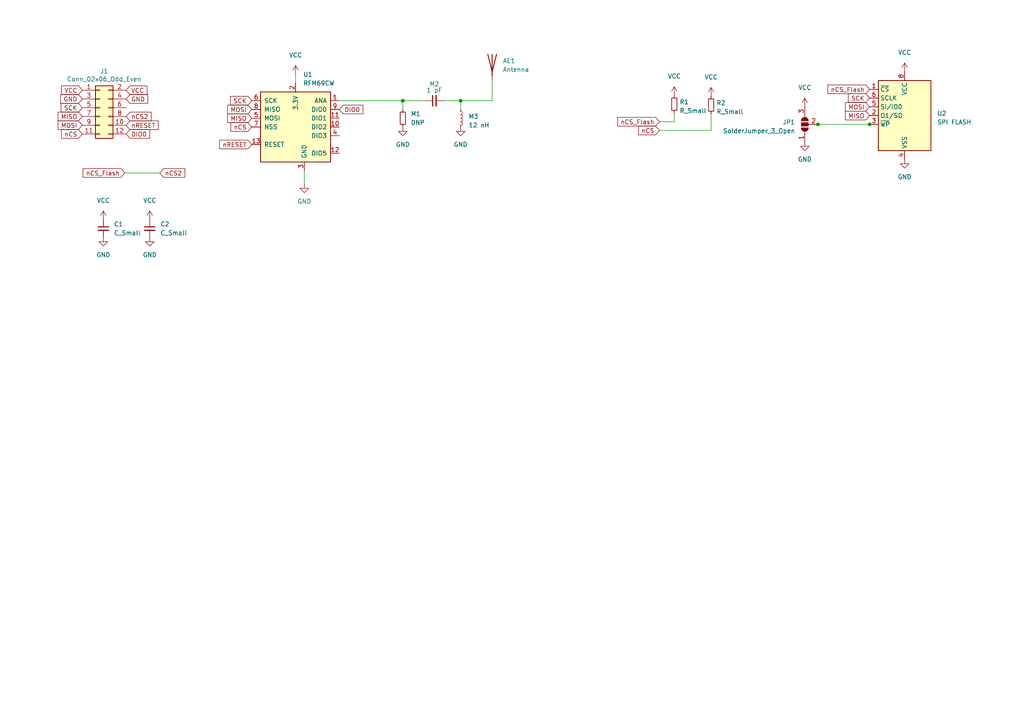
<source format=kicad_sch>
(kicad_sch (version 20230121) (generator eeschema)
  (paper "A4")
  (lib_symbols
    (symbol "AvS_RadioModule:RFM69CW" (pin_names (offset 1.016))
      (property "Reference" "U" (at -3.81 11.43 0))
      (property "Value" "RFM69CW" (at -7.62 13.97 0))
      (symbol "RFM69CW_0_1"
        (rectangle (start -10.16 10.16) (end 10.16 -10.16) (stroke (width 0.254)) (fill (type background)))
      )
      (symbol "RFM69CW_1_1"
        (pin output line (at 12.7 7.62 180) (length 2.54) (name "ANA") (number "1"))
        (pin bidirectional line (at 12.7 0 180) (length 2.54) (name "DIO2") (number "10"))
        (pin bidirectional line (at 12.7 2.54 180) (length 2.54) (name "DIO1") (number "11"))
        (pin bidirectional line (at 12.7 -7.62 180) (length 2.54) (name "DIO5") (number "12"))
        (pin input line (at -12.7 -5.08 0) (length 2.54) (name "RESET") (number "13"))
        (pin passive line (at 2.54 -12.7 90) (length 2.54) hide (name "GND") (number "14"))
        (pin power_in line (at 0 12.7 270) (length 2.54) (name "3.3V") (number "2"))
        (pin power_in line (at 2.54 -12.7 90) (length 2.54) (name "GND") (number "3"))
        (pin bidirectional line (at 12.7 -2.54 180) (length 2.54) (name "DIO3") (number "4"))
        (pin input line (at -12.7 2.54 0) (length 2.54) (name "MOSI") (number "5"))
        (pin input line (at -12.7 7.62 0) (length 2.54) (name "SCK") (number "6"))
        (pin input line (at -12.7 0 0) (length 2.54) (name "NSS") (number "7"))
        (pin output line (at -12.7 5.08 0) (length 2.54) (name "MISO") (number "8"))
        (pin bidirectional line (at 12.7 5.08 180) (length 2.54) (name "DIO0") (number "9"))
      )
    )
    (symbol "Connector_Generic:Conn_02x06_Odd_Even" (pin_names (offset 1.016) hide)
      (property "Reference" "J" (at 1.27 7.62 0))
      (property "Value" "Conn_02x06_Odd_Even" (at 1.27 -10.16 0))
      (symbol "Conn_02x06_Odd_Even_1_1"
        (rectangle (start -1.27 -7.493) (end 0 -7.747) (stroke (width 0.1524)))
        (rectangle (start -1.27 -4.953) (end 0 -5.207) (stroke (width 0.1524)))
        (rectangle (start -1.27 -2.413) (end 0 -2.667) (stroke (width 0.1524)))
        (rectangle (start -1.27 0.127) (end 0 -0.127) (stroke (width 0.1524)))
        (rectangle (start -1.27 2.667) (end 0 2.413) (stroke (width 0.1524)))
        (rectangle (start -1.27 5.207) (end 0 4.953) (stroke (width 0.1524)))
        (rectangle (start -1.27 6.35) (end 3.81 -8.89) (stroke (width 0.254)) (fill (type background)))
        (rectangle (start 3.81 -7.493) (end 2.54 -7.747) (stroke (width 0.1524)))
        (rectangle (start 3.81 -4.953) (end 2.54 -5.207) (stroke (width 0.1524)))
        (rectangle (start 3.81 -2.413) (end 2.54 -2.667) (stroke (width 0.1524)))
        (rectangle (start 3.81 0.127) (end 2.54 -0.127) (stroke (width 0.1524)))
        (rectangle (start 3.81 2.667) (end 2.54 2.413) (stroke (width 0.1524)))
        (rectangle (start 3.81 5.207) (end 2.54 4.953) (stroke (width 0.1524)))
        (pin passive line (at -5.08 5.08 0) (length 3.81) (name "Pin_1") (number "1"))
        (pin passive line (at 7.62 -5.08 180) (length 3.81) (name "Pin_10") (number "10"))
        (pin passive line (at -5.08 -7.62 0) (length 3.81) (name "Pin_11") (number "11"))
        (pin passive line (at 7.62 -7.62 180) (length 3.81) (name "Pin_12") (number "12"))
        (pin passive line (at 7.62 5.08 180) (length 3.81) (name "Pin_2") (number "2"))
        (pin passive line (at -5.08 2.54 0) (length 3.81) (name "Pin_3") (number "3"))
        (pin passive line (at 7.62 2.54 180) (length 3.81) (name "Pin_4") (number "4"))
        (pin passive line (at -5.08 0 0) (length 3.81) (name "Pin_5") (number "5"))
        (pin passive line (at 7.62 0 180) (length 3.81) (name "Pin_6") (number "6"))
        (pin passive line (at -5.08 -2.54 0) (length 3.81) (name "Pin_7") (number "7"))
        (pin passive line (at 7.62 -2.54 180) (length 3.81) (name "Pin_8") (number "8"))
        (pin passive line (at -5.08 -5.08 0) (length 3.81) (name "Pin_9") (number "9"))
      )
    )
    (symbol "Device:Antenna" (pin_numbers hide) (pin_names (offset 1.016) hide)
      (property "Reference" "AE" (at -1.905 1.905 0))
      (property "Value" "Antenna" (at -1.905 0 0))
      (symbol "Antenna_0_1"
        (polyline (pts (xy 0 2.54) (xy 0 -3.81)) (stroke (width 0.254)))
        (polyline (pts (xy 1.27 2.54) (xy 0 -2.54) (xy -1.27 2.54)) (stroke (width 0.254)))
      )
      (symbol "Antenna_1_1"
        (pin input line (at 0 -5.08 90) (length 2.54) (name "A") (number "1"))
      )
    )
    (symbol "Device:C_Small" (pin_numbers hide) (pin_names (offset 0.254) hide)
      (property "Reference" "C" (at 0.254 1.778 0))
      (property "Value" "C_Small" (at 0.254 -2.032 0))
      (symbol "C_Small_0_1"
        (polyline (pts (xy -1.524 -0.508) (xy 1.524 -0.508)) (stroke (width 0.3302)))
        (polyline (pts (xy -1.524 0.508) (xy 1.524 0.508)) (stroke (width 0.3048)))
      )
      (symbol "C_Small_1_1"
        (pin passive line (at 0 2.54 270) (length 2.032) (name "~") (number "1"))
        (pin passive line (at 0 -2.54 90) (length 2.032) (name "~") (number "2"))
      )
    )
    (symbol "Device:L_Small" (pin_numbers hide) (pin_names (offset 0.254) hide)
      (property "Reference" "L" (at 0.762 1.016 0))
      (property "Value" "L_Small" (at 0.762 -1.016 0))
      (symbol "L_Small_0_1"
        (arc (start 0 -2.032) (mid 0.5058 -1.524) (end 0 -1.016))
        (arc (start 0 -1.016) (mid 0.5058 -0.508) (end 0 0))
        (arc (start 0 0) (mid 0.5058 0.508) (end 0 1.016))
        (arc (start 0 1.016) (mid 0.5058 1.524) (end 0 2.032))
      )
      (symbol "L_Small_1_1"
        (pin passive line (at 0 2.54 270) (length 0.508) (name "~") (number "1"))
        (pin passive line (at 0 -2.54 90) (length 0.508) (name "~") (number "2"))
      )
    )
    (symbol "Device:R_Small" (pin_numbers hide) (pin_names (offset 0.254) hide)
      (property "Reference" "R" (at 0.762 0.508 0))
      (property "Value" "R_Small" (at 0.762 -1.016 0))
      (symbol "R_Small_0_1"
        (rectangle (start -0.762 1.778) (end 0.762 -1.778) (stroke (width 0.2032)))
      )
      (symbol "R_Small_1_1"
        (pin passive line (at 0 2.54 270) (length 0.762) (name "~") (number "1"))
        (pin passive line (at 0 -2.54 90) (length 0.762) (name "~") (number "2"))
      )
    )
    (symbol "Jumper:SolderJumper_3_Open" (pin_names (offset 0) hide)
      (property "Reference" "JP" (at -2.54 -2.54 0))
      (property "Value" "SolderJumper_3_Open" (at 0 2.794 0))
      (symbol "SolderJumper_3_Open_0_1"
        (arc (start -1.016 1.016) (mid -2.0276 0) (end -1.016 -1.016))
        (arc (start -1.016 1.016) (mid -2.0276 0) (end -1.016 -1.016) (fill (type outline)))
        (rectangle (start -0.508 1.016) (end 0.508 -1.016) (fill (type outline)))
        (polyline (pts (xy -2.54 0) (xy -2.032 0)))
        (polyline (pts (xy -1.016 1.016) (xy -1.016 -1.016)))
        (polyline (pts (xy 0 -1.27) (xy 0 -1.016)))
        (polyline (pts (xy 1.016 1.016) (xy 1.016 -1.016)))
        (polyline (pts (xy 2.54 0) (xy 2.032 0)))
        (arc (start 1.016 -1.016) (mid 2.0276 0) (end 1.016 1.016))
        (arc (start 1.016 -1.016) (mid 2.0276 0) (end 1.016 1.016) (fill (type outline)))
      )
      (symbol "SolderJumper_3_Open_1_1"
        (pin passive line (at -5.08 0 0) (length 2.54) (name "A") (number "1"))
        (pin passive line (at 0 -3.81 90) (length 2.54) (name "C") (number "2"))
        (pin passive line (at 5.08 0 180) (length 2.54) (name "B") (number "3"))
      )
    )
    (symbol "Memory_Flash:GD25D05CT"
      (property "Reference" "U" (at 2.54 12.7 0))
      (property "Value" "GD25D05CT" (at 8.89 8.89 0))
      (symbol "GD25D05CT_0_1"
        (rectangle (start -7.62 10.16) (end 7.62 -10.16) (stroke (width 0.254)) (fill (type background)))
      )
      (symbol "GD25D05CT_1_1"
        (pin input line (at -10.16 7.62 0) (length 2.54) (name "~{CS}") (number "1"))
        (pin output line (at -10.16 0 0) (length 2.54) (name "O1/SO") (number "2"))
        (pin input line (at -10.16 -2.54 0) (length 2.54) (name "~{WP}") (number "3"))
        (pin power_in line (at 0 -12.7 90) (length 2.54) (name "VSS") (number "4"))
        (pin bidirectional line (at -10.16 2.54 0) (length 2.54) (name "SI/IO0") (number "5"))
        (pin input line (at -10.16 5.08 0) (length 2.54) (name "SCLK") (number "6"))
        (pin no_connect line (at -7.62 -5.08 0) (length 2.54) hide (name "NC") (number "7"))
        (pin power_in line (at 0 12.7 270) (length 2.54) (name "VCC") (number "8"))
      )
    )
    (symbol "power:GND" (power) (pin_names (offset 0))
      (property "Value" "GND" (at 0 -3.81 0))
      (symbol "GND_0_1"
        (polyline (pts (xy 0 0) (xy 0 -1.27) (xy 1.27 -1.27) (xy 0 -2.54) (xy -1.27 -1.27) (xy 0 -1.27)))
      )
      (symbol "GND_1_1"
        (pin power_in line (at 0 0 270) (length 0) hide (name "GND") (number "1"))
      )
    )
    (symbol "power:VCC" (power) (pin_names (offset 0))
      (property "Value" "VCC" (at 0 3.81 0))
      (symbol "VCC_0_1"
        (polyline (pts (xy -0.762 1.27) (xy 0 2.54)))
        (polyline (pts (xy 0 0) (xy 0 2.54)))
        (polyline (pts (xy 0 2.54) (xy 0.762 1.27)))
      )
      (symbol "VCC_1_1"
        (pin power_in line (at 0 0 90) (length 0) hide (name "VCC") (number "1"))
      )
    )
  )
  (junction (at 133.604 29.21))
  (junction (at 116.84 29.21))
  (junction (at 252.222 36.068))
  (junction (at 237.236 36.068))
  (wire (pts (xy 236.982 36.068) (xy 237.236 36.068)))
  (wire (pts (xy 85.725 21.59) (xy 85.725 24.13)))
  (wire (pts (xy 128.524 29.21) (xy 133.604 29.21)))
  (wire (pts (xy 88.265 49.53) (xy 88.265 53.34)))
  (wire (pts (xy 133.604 29.21) (xy 142.748 29.21)))
  (wire (pts (xy 116.84 29.21) (xy 123.444 29.21)))
  (wire (pts (xy 191.262 35.306) (xy 195.58 35.306)))
  (wire (pts (xy 206.248 37.846) (xy 206.248 33.02)))
  (wire (pts (xy 142.748 29.21) (xy 142.748 23.368)))
  (wire (pts (xy 191.262 37.846) (xy 206.248 37.846)))
  (wire (pts (xy 98.425 29.21) (xy 116.84 29.21)))
  (wire (pts (xy 133.604 31.75) (xy 133.604 29.21)))
  (wire (pts (xy 252.222 36.068) (xy 252.476 36.068)))
  (wire (pts (xy 36.195 50.165) (xy 46.355 50.165)))
  (wire (pts (xy 116.84 29.21) (xy 116.84 31.75)))
  (wire (pts (xy 237.236 36.068) (xy 252.222 36.068)))
  (wire (pts (xy 133.604 29.21) (xy 133.858 28.956)))
  (wire (pts (xy 195.58 35.306) (xy 195.58 32.766)))
  (global_label "nCS_Flash" (shape input) (at 36.195 50.165 180) (property "Intersheetrefs" "${INTERSHEET_REFS}" (effects hide)))
  (global_label "nCS_Flash" (shape input) (at 252.222 25.908 180) (property "Intersheetrefs" "${INTERSHEET_REFS}" (effects hide)))
  (global_label "nRESET" (shape input) (at 73.025 41.91 180) (property "Intersheetrefs" "${INTERSHEET_REFS}" (effects hide)) (property "Intersheet-verwijzingen" "${INTERSHEET_REFS}" (effects hide)))
  (global_label "MISO" (shape input) (at 252.222 33.528 180) (property "Intersheetrefs" "${INTERSHEET_REFS}" (effects hide)) (property "Intersheet-verwijzingen" "${INTERSHEET_REFS}" (effects hide)))
  (global_label "MISO" (shape input) (at 23.876 33.782 180) (property "Intersheetrefs" "${INTERSHEET_REFS}" (effects hide)) (property "Intersheet-verwijzingen" "${INTERSHEET_REFS}" (effects hide)))
  (global_label "GND" (shape input) (at 36.576 28.702 0) (property "Intersheetrefs" "${INTERSHEET_REFS}" (effects hide)) (property "Intersheet-verwijzingen" "${INTERSHEET_REFS}" (effects hide)))
  (global_label "nCS" (shape input) (at 191.262 37.846 180) (property "Intersheetrefs" "${INTERSHEET_REFS}" (effects hide)) (property "Intersheet-verwijzingen" "${INTERSHEET_REFS}" (effects hide)))
  (global_label "VCC" (shape input) (at 23.876 26.162 180) (property "Intersheetrefs" "${INTERSHEET_REFS}" (effects hide)) (property "Intersheet-verwijzingen" "${INTERSHEET_REFS}" (effects hide)))
  (global_label "nCS" (shape input) (at 73.025 36.83 180) (property "Intersheetrefs" "${INTERSHEET_REFS}" (effects hide)) (property "Intersheet-verwijzingen" "${INTERSHEET_REFS}" (effects hide)))
  (global_label "GND" (shape input) (at 23.876 28.702 180) (property "Intersheetrefs" "${INTERSHEET_REFS}" (effects hide)) (property "Intersheet-verwijzingen" "${INTERSHEET_REFS}" (effects hide)))
  (global_label "SCK" (shape input) (at 23.876 31.242 180) (property "Intersheetrefs" "${INTERSHEET_REFS}" (effects hide)) (property "Intersheet-verwijzingen" "${INTERSHEET_REFS}" (effects hide)))
  (global_label "nCS" (shape input) (at 23.876 38.862 180) (property "Intersheetrefs" "${INTERSHEET_REFS}" (effects hide)) (property "Intersheet-verwijzingen" "${INTERSHEET_REFS}" (effects hide)))
  (global_label "VCC" (shape input) (at 36.576 26.162 0) (property "Intersheetrefs" "${INTERSHEET_REFS}" (effects hide)) (property "Intersheet-verwijzingen" "${INTERSHEET_REFS}" (effects hide)))
  (global_label "nCS2" (shape input) (at 36.576 33.782 0) (property "Intersheetrefs" "${INTERSHEET_REFS}" (effects hide)))
  (global_label "nCS2" (shape input) (at 46.355 50.165 0) (property "Intersheetrefs" "${INTERSHEET_REFS}" (effects hide)))
  (global_label "DIO0" (shape input) (at 98.425 31.75 0) (property "Intersheetrefs" "${INTERSHEET_REFS}" (effects hide)) (property "Intersheet-verwijzingen" "${INTERSHEET_REFS}" (effects hide)))
  (global_label "nCS_Flash" (shape input) (at 191.262 35.306 180) (property "Intersheetrefs" "${INTERSHEET_REFS}" (effects hide)))
  (global_label "DIO0" (shape input) (at 36.576 38.862 0) (property "Intersheetrefs" "${INTERSHEET_REFS}" (effects hide)) (property "Intersheet-verwijzingen" "${INTERSHEET_REFS}" (effects hide)))
  (global_label "MISO" (shape input) (at 73.025 34.29 180) (property "Intersheetrefs" "${INTERSHEET_REFS}" (effects hide)) (property "Intersheet-verwijzingen" "${INTERSHEET_REFS}" (effects hide)))
  (global_label "MOSI" (shape input) (at 73.025 31.75 180) (property "Intersheetrefs" "${INTERSHEET_REFS}" (effects hide)) (property "Intersheet-verwijzingen" "${INTERSHEET_REFS}" (effects hide)))
  (global_label "MOSI" (shape input) (at 252.222 30.988 180) (property "Intersheetrefs" "${INTERSHEET_REFS}" (effects hide)) (property "Intersheet-verwijzingen" "${INTERSHEET_REFS}" (effects hide)))
  (global_label "nRESET" (shape input) (at 36.576 36.322 0) (property "Intersheetrefs" "${INTERSHEET_REFS}" (effects hide)) (property "Intersheet-verwijzingen" "${INTERSHEET_REFS}" (effects hide)))
  (global_label "SCK" (shape input) (at 252.222 28.448 180) (property "Intersheetrefs" "${INTERSHEET_REFS}" (effects hide)) (property "Intersheet-verwijzingen" "${INTERSHEET_REFS}" (effects hide)))
  (global_label "SCK" (shape input) (at 73.025 29.21 180) (property "Intersheetrefs" "${INTERSHEET_REFS}" (effects hide)) (property "Intersheet-verwijzingen" "${INTERSHEET_REFS}" (effects hide)))
  (global_label "MOSI" (shape input) (at 23.876 36.322 180) (property "Intersheetrefs" "${INTERSHEET_REFS}" (effects hide)) (property "Intersheet-verwijzingen" "${INTERSHEET_REFS}" (effects hide)))
  (symbol (lib_id "Connector_Generic:Conn_02x06_Odd_Even") (at 28.956 31.242 0) (unit 1)
    (property "Reference" "J1" (at 30.226 20.6502 0))
    (property "Value" "Conn_02x06_Odd_Even" (at 30.226 22.9616 0))
    (property "Footprint" "Connector_PinHeader_2.54mm:PinHeader_2x06_P2.54mm_Horizontal" (effects hide))
  )
  (symbol (lib_id "power:GND") (at 43.434 68.834 0) (unit 1)
    (property "Reference" "#PWR04" (effects hide))
    (property "Value" "GND" (at 43.434 73.914 0))
  )
  (symbol (lib_id "power:VCC") (at 262.382 20.828 0) (unit 1)
    (property "Reference" "#PWR013" (effects hide))
    (property "Value" "VCC" (at 262.382 15.24 0))
  )
  (symbol (lib_id "AvS_RadioModule:RFM69CW") (at 85.725 36.83 0) (unit 1)
    (property "Reference" "U1" (at 87.9191 21.59 0) (effects (justify left)))
    (property "Value" "RFM69CW" (at 87.9191 24.13 0) (effects (justify left)))
    (property "Footprint" "AvS_Modules:HOPERF_RFM69CW" (effects hide))
    (property "Datasheet" "https://hoperf.com/api/downfile?title=&uid=8664E502-5F69-4DC0-98DD-FDE96D7CA3FD" (effects hide))
  )
  (symbol (lib_id "Device:R_Small") (at 195.58 30.226 0) (unit 1)
    (property "Reference" "R1" (at 197.104 29.591 0) (effects (justify left)))
    (property "Value" "R_Small" (at 197.104 32.131 0) (effects (justify left)))
    (property "Footprint" "Resistor_SMD:R_0805_2012Metric" (effects hide))
  )
  (symbol (lib_id "Device:Antenna") (at 142.748 18.288 0) (unit 1)
    (property "Reference" "AE1" (at 145.796 17.6529 0) (effects (justify left)))
    (property "Value" "Antenna" (at 145.796 20.1929 0) (effects (justify left)))
    (property "Footprint" "RF_Antenna:Texas_SWRA416_868MHz_915MHz" (effects hide))
  )
  (symbol (lib_id "power:GND") (at 29.972 68.834 0) (unit 1)
    (property "Reference" "#PWR02" (effects hide))
    (property "Value" "GND" (at 29.972 73.914 0))
  )
  (symbol (lib_id "Device:C_Small") (at 125.984 29.21 90) (unit 1)
    (property "Reference" "M2" (at 125.984 24.384 90))
    (property "Value" "1 pF" (at 125.984 26.162 90))
    (property "Footprint" "Resistor_SMD:R_0805_2012Metric" (effects hide))
  )
  (symbol (lib_id "Device:L_Small") (at 133.604 34.29 0) (unit 1)
    (property "Reference" "M3" (at 135.89 33.782 0) (effects (justify left)))
    (property "Value" "12 nH" (at 135.89 36.322 0) (effects (justify left)))
    (property "Footprint" "Resistor_SMD:R_0805_2012Metric" (effects hide))
  )
  (symbol (lib_id "power:VCC") (at 233.426 30.988 0) (unit 1)
    (property "Reference" "#PWR011" (effects hide))
    (property "Value" "VCC" (at 233.426 25.4 0))
  )
  (symbol (lib_id "power:GND") (at 133.604 36.83 0) (unit 1)
    (property "Reference" "#PWR08" (effects hide))
    (property "Value" "GND" (at 133.604 41.91 0))
  )
  (symbol (lib_id "power:GND") (at 88.265 53.34 0) (unit 1)
    (property "Reference" "#PWR06" (effects hide))
    (property "Value" "GND" (at 88.265 58.42 0))
  )
  (symbol (lib_id "power:GND") (at 116.84 36.83 0) (unit 1)
    (property "Reference" "#PWR07" (effects hide))
    (property "Value" "GND" (at 116.84 41.91 0))
  )
  (symbol (lib_id "Device:C_Small") (at 29.972 66.294 0) (unit 1)
    (property "Reference" "C1" (at 33.02 65.0302 0) (effects (justify left)))
    (property "Value" "C_Small" (at 33.02 67.5702 0) (effects (justify left)))
    (property "Footprint" "Capacitor_SMD:C_0805_2012Metric" (effects hide))
  )
  (symbol (lib_id "Device:R_Small") (at 116.84 34.29 0) (unit 1)
    (property "Reference" "M1" (at 119.126 33.02 0) (effects (justify left)))
    (property "Value" "DNP" (at 119.126 35.56 0) (effects (justify left)))
    (property "Footprint" "Resistor_SMD:R_0805_2012Metric" (effects hide))
  )
  (symbol (lib_id "power:VCC") (at 85.725 21.59 0) (unit 1)
    (property "Reference" "#PWR05" (effects hide))
    (property "Value" "VCC" (at 85.725 16.002 0))
  )
  (symbol (lib_id "Jumper:SolderJumper_3_Open") (at 233.426 36.068 90) (unit 1)
    (property "Reference" "JP1" (at 230.632 35.433 90) (effects (justify left)))
    (property "Value" "SolderJumper_3_Open" (at 230.632 37.973 90) (effects (justify left)))
    (property "Footprint" "Jumper:SolderJumper-3_P1.3mm_Open_RoundedPad1.0x1.5mm" (effects hide))
  )
  (symbol (lib_id "power:VCC") (at 206.248 27.94 0) (unit 1)
    (property "Reference" "#PWR010" (effects hide))
    (property "Value" "VCC" (at 206.248 22.352 0))
  )
  (symbol (lib_id "Memory_Flash:GD25D05CT") (at 262.382 33.528 0) (unit 1)
    (property "Reference" "U2" (at 271.78 32.893 0) (effects (justify left)))
    (property "Value" "SPI FLASH" (at 271.78 35.433 0) (effects (justify left)))
    (property "Footprint" "Package_SO:SOP-8_3.9x4.9mm_P1.27mm" (effects hide))
  )
  (symbol (lib_id "power:GND") (at 262.382 46.228 0) (unit 1)
    (property "Reference" "#PWR014" (effects hide))
    (property "Value" "GND" (at 262.382 51.308 0))
  )
  (symbol (lib_id "power:VCC") (at 43.434 63.754 0) (unit 1)
    (property "Reference" "#PWR03" (effects hide))
    (property "Value" "VCC" (at 43.434 58.166 0))
  )
  (symbol (lib_id "power:GND") (at 233.426 41.148 0) (unit 1)
    (property "Reference" "#PWR012" (effects hide))
    (property "Value" "GND" (at 233.426 46.228 0))
  )
  (symbol (lib_id "power:VCC") (at 29.972 63.754 0) (unit 1)
    (property "Reference" "#PWR01" (effects hide))
    (property "Value" "VCC" (at 29.972 58.166 0))
  )
  (symbol (lib_id "Device:R_Small") (at 206.248 30.48 0) (unit 1)
    (property "Reference" "R2" (at 207.772 29.845 0) (effects (justify left)))
    (property "Value" "R_Small" (at 207.772 32.385 0) (effects (justify left)))
    (property "Footprint" "Resistor_SMD:R_0805_2012Metric" (effects hide))
  )
  (symbol (lib_id "Device:C_Small") (at 43.434 66.294 0) (unit 1)
    (property "Reference" "C2" (at 46.482 65.0302 0) (effects (justify left)))
    (property "Value" "C_Small" (at 46.482 67.5702 0) (effects (justify left)))
    (property "Footprint" "Capacitor_SMD:C_0805_2012Metric" (effects hide))
  )
  (symbol (lib_id "power:VCC") (at 195.58 27.686 0) (unit 1)
    (property "Reference" "#PWR09" (effects hide))
    (property "Value" "VCC" (at 195.58 22.098 0))
  )
)
</source>
